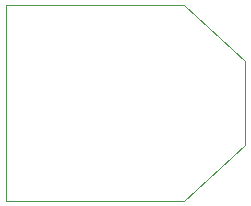
<source format=gbr>
%TF.GenerationSoftware,KiCad,Pcbnew,(5.1.9)-1*%
%TF.CreationDate,2021-08-28T05:28:07+03:00*%
%TF.ProjectId,LED_Head_001,4c45445f-4865-4616-945f-3030312e6b69,rev?*%
%TF.SameCoordinates,Original*%
%TF.FileFunction,Profile,NP*%
%FSLAX46Y46*%
G04 Gerber Fmt 4.6, Leading zero omitted, Abs format (unit mm)*
G04 Created by KiCad (PCBNEW (5.1.9)-1) date 2021-08-28 05:28:07*
%MOMM*%
%LPD*%
G01*
G04 APERTURE LIST*
%TA.AperFunction,Profile*%
%ADD10C,0.050000*%
%TD*%
G04 APERTURE END LIST*
D10*
X-20341700Y-8300000D02*
X-20341700Y8300000D01*
X-5282600Y8300000D02*
X-20341700Y8300000D01*
X-133300Y3550300D02*
X-5282600Y8300000D01*
X-133300Y-3550300D02*
X-133300Y3550300D01*
X-5282600Y-8300000D02*
X-133300Y-3550300D01*
X-20341700Y-8300000D02*
X-5282600Y-8300000D01*
M02*

</source>
